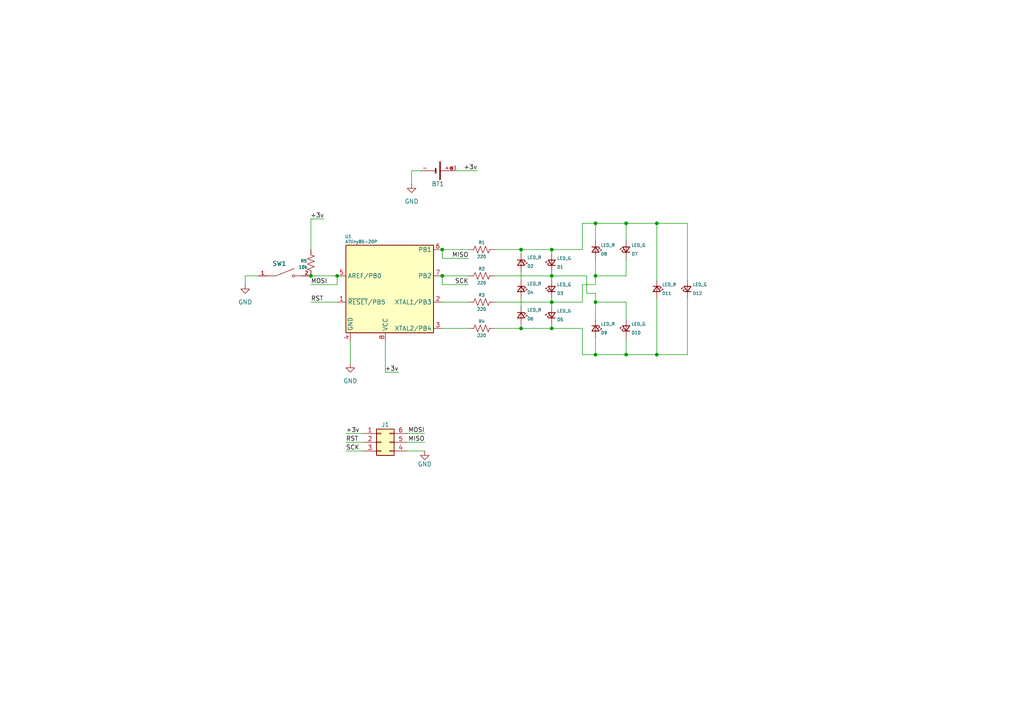
<source format=kicad_sch>
(kicad_sch (version 20231120) (generator "eeschema") (generator_version "8.0")
  (paper "A4")
  (title_block (title "2024 tree ornament") (date "2024-11-22") (rev "v1") (company "lamemakes"))
  (lib_symbols
    (symbol "3002:3002" (pin_names (offset 1.016))
      (property "Reference" "BT" (at -1.2722 3.1805 0))
      (property "Value" "3002" (at -1.2717 -5.0866 0))
      (symbol "3002_0_0"
        (polyline (pts (xy -2.54 0) (xy -0.635 0)) (stroke (width 0.1524)))
        (polyline (pts (xy -0.635 0) (xy -0.635 -0.635)) (stroke (width 0.4064)))
        (polyline (pts (xy -0.635 0.635) (xy -0.635 0)) (stroke (width 0.4064)))
        (polyline (pts (xy 0.635 0) (xy 0.635 -2.54)) (stroke (width 0.4064)))
        (polyline (pts (xy 0.635 0) (xy 2.54 0)) (stroke (width 0.1524)))
        (polyline (pts (xy 0.635 2.54) (xy 0.635 0)) (stroke (width 0.4064)))
        (pin passive line (at 5.08 0 180) (length 2.54) (name "~") (number "+@1"))
        (pin passive line (at -5.08 0 0) (length 2.54) (name "~") (number "-"))
      )
    )
    (symbol "Connector_Generic:Conn_02x03_Counter_Clockwise" (pin_names (offset 1.016) hide)
      (property "Reference" "J" (at 1.27 5.08 0))
      (property "Value" "Conn_02x03_Counter_Clockwise" (at 1.27 -5.08 0))
      (symbol "Conn_02x03_Counter_Clockwise_1_1"
        (rectangle (start -1.27 -2.413) (end 0 -2.667) (stroke (width 0.1524)))
        (rectangle (start -1.27 0.127) (end 0 -0.127) (stroke (width 0.1524)))
        (rectangle (start -1.27 2.667) (end 0 2.413) (stroke (width 0.1524)))
        (rectangle (start -1.27 3.81) (end 3.81 -3.81) (stroke (width 0.254)) (fill (type background)))
        (rectangle (start 3.81 -2.413) (end 2.54 -2.667) (stroke (width 0.1524)))
        (rectangle (start 3.81 0.127) (end 2.54 -0.127) (stroke (width 0.1524)))
        (rectangle (start 3.81 2.667) (end 2.54 2.413) (stroke (width 0.1524)))
        (pin passive line (at -5.08 2.54 0) (length 3.81) (name "Pin_1") (number "1"))
        (pin passive line (at -5.08 0 0) (length 3.81) (name "Pin_2") (number "2"))
        (pin passive line (at -5.08 -2.54 0) (length 3.81) (name "Pin_3") (number "3"))
        (pin passive line (at 7.62 -2.54 180) (length 3.81) (name "Pin_4") (number "4"))
        (pin passive line (at 7.62 0 180) (length 3.81) (name "Pin_5") (number "5"))
        (pin passive line (at 7.62 2.54 180) (length 3.81) (name "Pin_6") (number "6"))
      )
    )
    (symbol "Device:LED_Small" (pin_numbers hide) (pin_names (offset 0.254) hide)
      (property "Reference" "D" (at -1.27 3.175 0))
      (property "Value" "LED_Small" (at -4.445 -2.54 0))
      (symbol "LED_Small_0_1"
        (polyline (pts (xy -0.762 -1.016) (xy -0.762 1.016)) (stroke (width 0.254)))
        (polyline (pts (xy 1.016 0) (xy -0.762 0)))
        (polyline (pts (xy 0.762 -1.016) (xy -0.762 0) (xy 0.762 1.016) (xy 0.762 -1.016)) (stroke (width 0.254)))
        (polyline (pts (xy 0 0.762) (xy -0.508 1.27) (xy -0.254 1.27) (xy -0.508 1.27) (xy -0.508 1.016)))
        (polyline (pts (xy 0.508 1.27) (xy 0 1.778) (xy 0.254 1.778) (xy 0 1.778) (xy 0 1.524)))
      )
      (symbol "LED_Small_1_1"
        (pin passive line (at -2.54 0 0) (length 1.778) (name "K") (number "1"))
        (pin passive line (at 2.54 0 180) (length 1.778) (name "A") (number "2"))
      )
    )
    (symbol "Device:R_US" (pin_numbers hide) (pin_names (offset 0))
      (property "Reference" "R" (at 2.54 0 90))
      (property "Value" "R_US" (at -2.54 0 90))
      (symbol "R_US_0_1"
        (polyline (pts (xy 0 -2.286) (xy 0 -2.54)))
        (polyline (pts (xy 0 2.286) (xy 0 2.54)))
        (polyline (pts (xy 0 -0.762) (xy 1.016 -1.143) (xy 0 -1.524) (xy -1.016 -1.905) (xy 0 -2.286)))
        (polyline (pts (xy 0 0.762) (xy 1.016 0.381) (xy 0 0) (xy -1.016 -0.381) (xy 0 -0.762)))
        (polyline (pts (xy 0 2.286) (xy 1.016 1.905) (xy 0 1.524) (xy -1.016 1.143) (xy 0 0.762)))
      )
      (symbol "R_US_1_1"
        (pin passive line (at 0 3.81 270) (length 1.27) (name "~") (number "1"))
        (pin passive line (at 0 -3.81 90) (length 1.27) (name "~") (number "2"))
      )
    )
    (symbol "MCU_Microchip_ATtiny:ATtiny85-20P"
      (property "Reference" "U1" (at -13.97 1.2701 0))
      (property "Value" "ATtiny85-20P" (at -13.97 -1.2699 0))
      (symbol "ATtiny85-20P_0_1"
        (rectangle (start -12.7 12.7) (end 12.7 -12.7) (stroke (width 0.254)) (fill (type background)))
      )
      (symbol "ATtiny85-20P_1_1"
        (pin bidirectional line (at -15.24 -3.81 0) (length 2.54) (name "~{RESET}/PB5") (number "1"))
        (pin bidirectional line (at 15.24 -3.81 180) (length 2.54) (name "XTAL1/PB3") (number "2"))
        (pin bidirectional line (at 15.24 -11.43 180) (length 2.54) (name "XTAL2/PB4") (number "3"))
        (pin power_in line (at -11.43 -15.24 90) (length 2.54) (name "GND") (number "4"))
        (pin bidirectional line (at -15.24 3.81 0) (length 2.54) (name "AREF/PB0") (number "5"))
        (pin bidirectional line (at 15.24 11.43 180) (length 2.54) (name "PB1") (number "6"))
        (pin bidirectional line (at 15.24 3.81 180) (length 2.54) (name "PB2") (number "7"))
        (pin power_in line (at -1.27 -15.24 90) (length 2.54) (name "VCC") (number "8"))
      )
    )
    (symbol "TL1107BF130WQ:TL1107BF130WQ" (pin_names (offset 1.016))
      (property "Reference" "S" (at -2.54 2.54 0))
      (property "Value" "TL1107BF130WQ" (at -2.54 -2.54 0))
      (symbol "TL1107BF130WQ_0_0"
        (polyline (pts (xy -2.54 0) (xy -5.08 0)) (stroke (width 0.1524)))
        (polyline (pts (xy -2.54 0) (xy 2.794 2.1336)) (stroke (width 0.1524)))
        (polyline (pts (xy 5.08 0) (xy 2.921 0)) (stroke (width 0.1524)))
        (circle (center 2.54 0) (radius 0.3302) (stroke (width 0.1524)))
        (pin passive line (at -7.62 0 0) (length 2.54) (name "~") (number "1"))
        (pin passive line (at 7.62 0 180) (length 2.54) (name "~") (number "2"))
      )
    )
    (symbol "power:GND" (power) (pin_numbers hide) (pin_names (offset 0) hide)
      (property "Value" "GND" (at 0 -3.81 0))
      (symbol "GND_0_1"
        (polyline (pts (xy 0 0) (xy 0 -1.27) (xy 1.27 -1.27) (xy 0 -2.54) (xy -1.27 -1.27) (xy 0 -1.27)))
      )
      (symbol "GND_1_1"
        (pin power_in line (at 0 0 270) (length 0) (name "~") (number "1"))
      )
    )
  )
  (junction (at 160.02 80.01))
  (junction (at 160.02 95.25))
  (junction (at 128.27 72.39))
  (junction (at 151.13 72.39))
  (junction (at 181.61 102.87))
  (junction (at 90.17 80.01))
  (junction (at 190.5 102.87))
  (junction (at 181.61 64.77))
  (junction (at 172.72 64.77))
  (junction (at 172.72 102.87))
  (junction (at 151.13 95.25))
  (junction (at 172.72 80.01))
  (junction (at 190.5 64.77))
  (junction (at 160.02 87.63))
  (junction (at 160.02 72.39))
  (junction (at 97.79 80.01))
  (junction (at 172.72 87.63))
  (junction (at 128.27 80.01))
  (wire (pts (xy 160.02 86.36) (xy 160.02 87.63)))
  (wire (pts (xy 160.02 73.66) (xy 160.02 72.39)))
  (wire (pts (xy 168.91 87.63) (xy 168.91 82.55)))
  (wire (pts (xy 111.76 99.06) (xy 111.76 107.95)))
  (wire (pts (xy 181.61 102.87) (xy 172.72 102.87)))
  (wire (pts (xy 151.13 81.28) (xy 151.13 78.74)))
  (wire (pts (xy 199.39 86.36) (xy 199.39 102.87)))
  (wire (pts (xy 160.02 93.98) (xy 160.02 95.25)))
  (wire (pts (xy 199.39 64.77) (xy 190.5 64.77)))
  (wire (pts (xy 172.72 64.77) (xy 181.61 64.77)))
  (wire (pts (xy 172.72 82.55) (xy 172.72 80.01)))
  (wire (pts (xy 170.18 85.09) (xy 172.72 85.09)))
  (wire (pts (xy 170.18 80.01) (xy 170.18 85.09)))
  (wire (pts (xy 128.27 80.01) (xy 128.27 82.55)))
  (wire (pts (xy 143.51 95.25) (xy 151.13 95.25)))
  (wire (pts (xy 90.17 87.63) (xy 97.79 87.63)))
  (wire (pts (xy 128.27 80.01) (xy 135.89 80.01)))
  (wire (pts (xy 143.51 87.63) (xy 160.02 87.63)))
  (wire (pts (xy 118.11 130.81) (xy 123.19 130.81)))
  (wire (pts (xy 190.5 102.87) (xy 190.5 86.36)))
  (wire (pts (xy 190.5 64.77) (xy 181.61 64.77)))
  (wire (pts (xy 123.19 128.27) (xy 118.11 128.27)))
  (wire (pts (xy 90.17 63.5) (xy 93.98 63.5)))
  (wire (pts (xy 74.93 80.01) (xy 71.12 80.01)))
  (wire (pts (xy 168.91 82.55) (xy 172.72 82.55)))
  (wire (pts (xy 90.17 72.39) (xy 90.17 63.5)))
  (wire (pts (xy 90.17 82.55) (xy 97.79 82.55)))
  (wire (pts (xy 128.27 82.55) (xy 135.89 82.55)))
  (wire (pts (xy 190.5 81.28) (xy 190.5 64.77)))
  (wire (pts (xy 119.38 49.53) (xy 121.92 49.53)))
  (wire (pts (xy 199.39 102.87) (xy 190.5 102.87)))
  (wire (pts (xy 172.72 85.09) (xy 172.72 87.63)))
  (wire (pts (xy 181.61 102.87) (xy 190.5 102.87)))
  (wire (pts (xy 128.27 95.25) (xy 135.89 95.25)))
  (wire (pts (xy 160.02 72.39) (xy 168.91 72.39)))
  (wire (pts (xy 160.02 80.01) (xy 170.18 80.01)))
  (wire (pts (xy 168.91 102.87) (xy 172.72 102.87)))
  (wire (pts (xy 143.51 80.01) (xy 160.02 80.01)))
  (wire (pts (xy 128.27 87.63) (xy 135.89 87.63)))
  (wire (pts (xy 168.91 72.39) (xy 168.91 64.77)))
  (wire (pts (xy 143.51 72.39) (xy 151.13 72.39)))
  (wire (pts (xy 181.61 97.79) (xy 181.61 102.87)))
  (wire (pts (xy 181.61 64.77) (xy 181.61 69.85)))
  (wire (pts (xy 168.91 95.25) (xy 168.91 102.87)))
  (wire (pts (xy 160.02 80.01) (xy 160.02 81.28)))
  (wire (pts (xy 101.6 99.06) (xy 101.6 105.41)))
  (wire (pts (xy 128.27 72.39) (xy 135.89 72.39)))
  (wire (pts (xy 128.27 72.39) (xy 128.27 74.93)))
  (wire (pts (xy 71.12 80.01) (xy 71.12 82.55)))
  (wire (pts (xy 123.19 125.73) (xy 118.11 125.73)))
  (wire (pts (xy 172.72 87.63) (xy 172.72 92.71)))
  (wire (pts (xy 151.13 88.9) (xy 151.13 86.36)))
  (wire (pts (xy 100.33 130.81) (xy 105.41 130.81)))
  (wire (pts (xy 172.72 87.63) (xy 181.61 87.63)))
  (wire (pts (xy 97.79 80.01) (xy 97.79 82.55)))
  (wire (pts (xy 111.76 107.95) (xy 115.57 107.95)))
  (wire (pts (xy 151.13 73.66) (xy 151.13 72.39)))
  (wire (pts (xy 90.17 80.01) (xy 97.79 80.01)))
  (wire (pts (xy 160.02 78.74) (xy 160.02 80.01)))
  (wire (pts (xy 181.61 80.01) (xy 172.72 80.01)))
  (wire (pts (xy 160.02 87.63) (xy 168.91 87.63)))
  (wire (pts (xy 100.33 125.73) (xy 105.41 125.73)))
  (wire (pts (xy 151.13 93.98) (xy 151.13 95.25)))
  (wire (pts (xy 128.27 74.93) (xy 135.89 74.93)))
  (wire (pts (xy 151.13 72.39) (xy 160.02 72.39)))
  (wire (pts (xy 160.02 95.25) (xy 168.91 95.25)))
  (wire (pts (xy 172.72 74.93) (xy 172.72 80.01)))
  (wire (pts (xy 181.61 87.63) (xy 181.61 92.71)))
  (wire (pts (xy 119.38 53.34) (xy 119.38 49.53)))
  (wire (pts (xy 151.13 95.25) (xy 160.02 95.25)))
  (wire (pts (xy 168.91 64.77) (xy 172.72 64.77)))
  (wire (pts (xy 160.02 87.63) (xy 160.02 88.9)))
  (wire (pts (xy 138.43 49.53) (xy 132.08 49.53)))
  (wire (pts (xy 181.61 74.93) (xy 181.61 80.01)))
  (wire (pts (xy 100.33 128.27) (xy 105.41 128.27)))
  (wire (pts (xy 199.39 81.28) (xy 199.39 64.77)))
  (wire (pts (xy 172.72 97.79) (xy 172.72 102.87)))
  (wire (pts (xy 172.72 64.77) (xy 172.72 69.85)))
  (label "SCK" (at 135.89 82.55 180))
  (label "MISO" (at 135.89 74.93 180))
  (label "RST" (at 100.33 128.27 0))
  (label "+3v" (at 93.98 63.5 180))
  (label "RST" (at 90.17 87.63 0))
  (label "SCK" (at 100.33 130.81 0))
  (label "MOSI" (at 90.17 82.55 0))
  (label "MOSI" (at 123.19 125.73 180))
  (label "+3v" (at 100.33 125.73 0))
  (label "MISO" (at 123.19 128.27 180))
  (label "+3v" (at 138.43 49.53 180))
  (label "+3v" (at 115.57 107.95 180))
  (symbol (lib_id "Device:R_US") (at 139.7 95.25 270) (unit 1)
    (property "Reference" "R4" (at 139.7 93.218 90) (effects (font (size 0.889 0.889))))
    (property "Value" "220" (at 139.7 97.282 90) (effects (font (size 0.889 0.889))))
    (property "Footprint" "Resistor_THT:R_Axial_DIN0204_L3.6mm_D1.6mm_P7.62mm_Horizontal" (effects (hide yes)))
    (property "Description" "Resistor, US symbol" (effects (hide yes)))
  )
  (symbol (lib_id "power:GND") (at 101.6 105.41 0) (unit 1)
    (property "Reference" "#PWR02" (effects (hide yes)))
    (property "Value" "GND" (at 101.6 110.49 0))
    (property "Description" "Power symbol creates a global label with name \"GND\" , ground" (effects (hide yes)))
  )
  (symbol (lib_id "Device:LED_Small") (at 172.72 95.25 270) (unit 1)
    (property "Reference" "D9" (at 174.244 96.52 90) (effects (font (size 0.889 0.889)) (justify left)))
    (property "Value" "LED_R" (at 174.244 93.98 90) (effects (font (size 0.889 0.889)) (justify left)))
    (property "Footprint" "tree_ornament:WL-TMRC_3MM_LED" (effects (hide yes)))
    (property "Description" "Light emitting diode, small symbol" (effects (hide yes)))
  )
  (symbol (lib_id "Device:LED_Small") (at 151.13 83.82 270) (unit 1)
    (property "Reference" "D4" (at 152.908 84.836 90) (effects (font (size 0.889 0.889)) (justify left)))
    (property "Value" "LED_R" (at 152.908 82.296 90) (effects (font (size 0.889 0.889)) (justify left)))
    (property "Footprint" "tree_ornament:WL-TMRC_3MM_LED" (effects (hide yes)))
    (property "Description" "Light emitting diode, small symbol" (effects (hide yes)))
  )
  (symbol (lib_id "MCU_Microchip_ATtiny:ATtiny85-20P") (at 113.03 83.82 0) (unit 1)
    (property "Reference" "U1" (at 100.076 68.58 0) (effects (font (size 0.889 0.889)) (justify left)))
    (property "Value" "ATtiny85-20P" (at 100.076 70.104 0) (effects (font (size 0.889 0.889)) (justify left)))
    (property "Footprint" "Package_DIP:DIP-8_W7.62mm" (effects (hide yes)))
    (property "Datasheet" "http://ww1.microchip.com/downloads/en/DeviceDoc/atmel-2586-avr-8-bit-microcontroller-attiny25-attiny45-attiny85_datasheet.pdf" (effects (hide yes)))
    (property "Description" "20MHz, 8kB Flash, 512B SRAM, 512B EEPROM, debugWIRE, DIP-8" (effects (hide yes)))
  )
  (symbol (lib_id "power:GND") (at 119.38 53.34 0) (unit 1)
    (property "Reference" "#PWR01" (effects (hide yes)))
    (property "Value" "GND" (at 119.38 58.42 0))
    (property "Description" "Power symbol creates a global label with name \"GND\" , ground" (effects (hide yes)))
  )
  (symbol (lib_id "Device:LED_Small") (at 172.72 72.39 270) (unit 1)
    (property "Reference" "D8" (at 174.244 73.66 90) (effects (font (size 0.889 0.889)) (justify left)))
    (property "Value" "LED_R" (at 174.244 71.12 90) (effects (font (size 0.889 0.889)) (justify left)))
    (property "Footprint" "tree_ornament:WL-TMRC_3MM_LED" (effects (hide yes)))
    (property "Description" "Light emitting diode, small symbol" (effects (hide yes)))
  )
  (symbol (lib_id "power:GND") (at 123.19 130.81 0) (unit 1)
    (property "Reference" "#PWR04" (effects (hide yes)))
    (property "Value" "GND" (at 123.19 134.62 0))
    (property "Description" "Power symbol creates a global label with name \"GND\" , ground" (effects (hide yes)))
  )
  (symbol (lib_id "Device:LED_Small") (at 181.61 95.25 90) (unit 1)
    (property "Reference" "D10" (at 183.134 96.52 90) (effects (font (size 0.889 0.889)) (justify right)))
    (property "Value" "LED_G" (at 183.134 93.98 90) (effects (font (size 0.889 0.889)) (justify right)))
    (property "Footprint" "tree_ornament:WL-TMRC_3MM_LED" (effects (hide yes)))
    (property "Description" "Light emitting diode, small symbol" (effects (hide yes)))
  )
  (symbol (lib_id "Device:LED_Small") (at 151.13 91.44 270) (unit 1)
    (property "Reference" "D6" (at 152.908 92.456 90) (effects (font (size 0.889 0.889)) (justify left)))
    (property "Value" "LED_R" (at 152.908 89.916 90) (effects (font (size 0.889 0.889)) (justify left)))
    (property "Footprint" "tree_ornament:WL-TMRC_3MM_LED" (effects (hide yes)))
    (property "Description" "Light emitting diode, small symbol" (effects (hide yes)))
  )
  (symbol (lib_id "Device:R_US") (at 139.7 80.01 270) (unit 1)
    (property "Reference" "R2" (at 139.7 77.978 90) (effects (font (size 0.889 0.889))))
    (property "Value" "220" (at 139.7 82.042 90) (effects (font (size 0.889 0.889))))
    (property "Footprint" "Resistor_THT:R_Axial_DIN0204_L3.6mm_D1.6mm_P7.62mm_Horizontal" (effects (hide yes)))
    (property "Description" "Resistor, US symbol" (effects (hide yes)))
  )
  (symbol (lib_id "Device:R_US") (at 90.17 76.2 0) (unit 1)
    (property "Reference" "R5" (at 88.138 75.692 0) (effects (font (size 0.889 0.889))))
    (property "Value" "10k" (at 87.884 77.47 0) (effects (font (size 0.889 0.889))))
    (property "Footprint" "Resistor_THT:R_Axial_DIN0204_L3.6mm_D1.6mm_P7.62mm_Horizontal" (effects (hide yes)))
    (property "Description" "Resistor, US symbol" (effects (hide yes)))
  )
  (symbol (lib_id "TL1107BF130WQ:TL1107BF130WQ") (at 82.55 80.01 0) (unit 1)
    (property "Reference" "SW1" (at 81.026 76.454 0))
    (property "Value" "TL1107BF130WQ" (effects (hide yes)))
    (property "Footprint" "tree_ornament:SW_TL1107BF130WQ" (effects (hide yes)))
    (property "PARTREV" "-" (effects (hide yes)))
    (property "MANUFACTURER" "E-Switch" (effects (hide yes)))
    (property "SNAPEDA_PN" "TL1107BF130WQ" (effects (hide yes)))
    (property "MAXIMUM_PACKAGE_HEIGHT" "4.3mm" (effects (hide yes)))
    (property "STANDARD" "Manufacturer Recommendations" (effects (hide yes)))
  )
  (symbol (lib_id "Device:R_US") (at 139.7 87.63 270) (unit 1)
    (property "Reference" "R3" (at 139.7 85.598 90) (effects (font (size 0.889 0.889))))
    (property "Value" "220" (at 139.7 89.662 90) (effects (font (size 0.889 0.889))))
    (property "Footprint" "Resistor_THT:R_Axial_DIN0204_L3.6mm_D1.6mm_P7.62mm_Horizontal" (effects (hide yes)))
    (property "Description" "Resistor, US symbol" (effects (hide yes)))
  )
  (symbol (lib_id "Device:LED_Small") (at 190.5 83.82 270) (unit 1)
    (property "Reference" "D11" (at 192.024 85.09 90) (effects (font (size 0.889 0.889)) (justify left)))
    (property "Value" "LED_R" (at 192.024 82.55 90) (effects (font (size 0.889 0.889)) (justify left)))
    (property "Footprint" "tree_ornament:WL-TMRC_3MM_LED" (effects (hide yes)))
    (property "Description" "Light emitting diode, small symbol" (effects (hide yes)))
  )
  (symbol (lib_id "Device:LED_Small") (at 199.39 83.82 90) (unit 1)
    (property "Reference" "D12" (at 200.914 85.09 90) (effects (font (size 0.889 0.889)) (justify right)))
    (property "Value" "LED_G" (at 200.914 82.55 90) (effects (font (size 0.889 0.889)) (justify right)))
    (property "Footprint" "tree_ornament:WL-TMRC_3MM_LED" (effects (hide yes)))
    (property "Description" "Light emitting diode, small symbol" (effects (hide yes)))
  )
  (symbol (lib_id "Device:R_US") (at 139.7 72.39 270) (unit 1)
    (property "Reference" "R1" (at 139.7 70.358 90) (effects (font (size 0.889 0.889))))
    (property "Value" "220" (at 139.7 74.422 90) (effects (font (size 0.889 0.889))))
    (property "Footprint" "Resistor_THT:R_Axial_DIN0204_L3.6mm_D1.6mm_P7.62mm_Horizontal" (effects (hide yes)))
    (property "Description" "Resistor, US symbol" (effects (hide yes)))
  )
  (symbol (lib_id "3002:3002") (at 127 49.53 0) (unit 1)
    (property "Reference" "BT1" (at 127 53.34 0))
    (property "Value" "3002" (effects (hide yes)))
    (property "Footprint" "tree_ornament:BAT_3002" (effects (hide yes)))
    (property "MANUFACTURER" "KEYSTONE" (effects (hide yes)))
  )
  (symbol (lib_id "Device:LED_Small") (at 181.61 72.39 90) (unit 1)
    (property "Reference" "D7" (at 183.134 73.66 90) (effects (font (size 0.889 0.889)) (justify right)))
    (property "Value" "LED_G" (at 183.134 71.12 90) (effects (font (size 0.889 0.889)) (justify right)))
    (property "Footprint" "tree_ornament:WL-TMRC_3MM_LED" (effects (hide yes)))
    (property "Description" "Light emitting diode, small symbol" (effects (hide yes)))
  )
  (symbol (lib_id "Connector_Generic:Conn_02x03_Counter_Clockwise") (at 110.49 128.27 0) (unit 1)
    (property "Reference" "J1" (at 111.76 123.19 0))
    (property "Value" "Conn_02x03_Counter_Clockwise" (effects (hide yes)))
    (property "Footprint" "Connector_PinHeader_2.54mm:PinHeader_2x03_P2.54mm_Vertical" (effects (hide yes)))
    (property "Description" "Generic connector, double row, 02x03, counter clockwise pin numbering scheme (similar to DIP package numbering), script generated (kicad-library-utils/schlib/autogen/connector/)" (effects (hide yes)))
  )
  (symbol (lib_id "Device:LED_Small") (at 160.02 76.2 90) (unit 1)
    (property "Reference" "D1" (at 161.544 77.47 90) (effects (font (size 0.889 0.889)) (justify right)))
    (property "Value" "LED_G" (at 161.544 74.93 90) (effects (font (size 0.889 0.889)) (justify right)))
    (property "Footprint" "tree_ornament:WL-TMRC_3MM_LED" (effects (hide yes)))
    (property "Description" "Light emitting diode, small symbol" (effects (hide yes)))
  )
  (symbol (lib_id "Device:LED_Small") (at 160.02 83.82 90) (unit 1)
    (property "Reference" "D3" (at 161.544 85.09 90) (effects (font (size 0.889 0.889)) (justify right)))
    (property "Value" "LED_G" (at 161.544 82.55 90) (effects (font (size 0.889 0.889)) (justify right)))
    (property "Footprint" "tree_ornament:WL-TMRC_3MM_LED" (effects (hide yes)))
    (property "Description" "Light emitting diode, small symbol" (effects (hide yes)))
  )
  (symbol (lib_id "Device:LED_Small") (at 160.02 91.44 90) (unit 1)
    (property "Reference" "D5" (at 161.544 92.71 90) (effects (font (size 0.889 0.889)) (justify right)))
    (property "Value" "LED_G" (at 161.544 90.17 90) (effects (font (size 0.889 0.889)) (justify right)))
    (property "Footprint" "tree_ornament:WL-TMRC_3MM_LED" (effects (hide yes)))
    (property "Description" "Light emitting diode, small symbol" (effects (hide yes)))
  )
  (symbol (lib_id "Device:LED_Small") (at 151.13 76.2 270) (unit 1)
    (property "Reference" "D2" (at 152.908 77.216 90) (effects (font (size 0.889 0.889)) (justify left)))
    (property "Value" "LED_R" (at 152.908 74.676 90) (effects (font (size 0.889 0.889)) (justify left)))
    (property "Footprint" "tree_ornament:WL-TMRC_3MM_LED" (effects (hide yes)))
    (property "Description" "Light emitting diode, small symbol" (effects (hide yes)))
  )
  (symbol (lib_id "power:GND") (at 71.12 82.55 0) (unit 1)
    (property "Reference" "#PWR03" (effects (hide yes)))
    (property "Value" "GND" (at 71.12 87.63 0))
    (property "Description" "Power symbol creates a global label with name \"GND\" , ground" (effects (hide yes)))
  )
)
</source>
